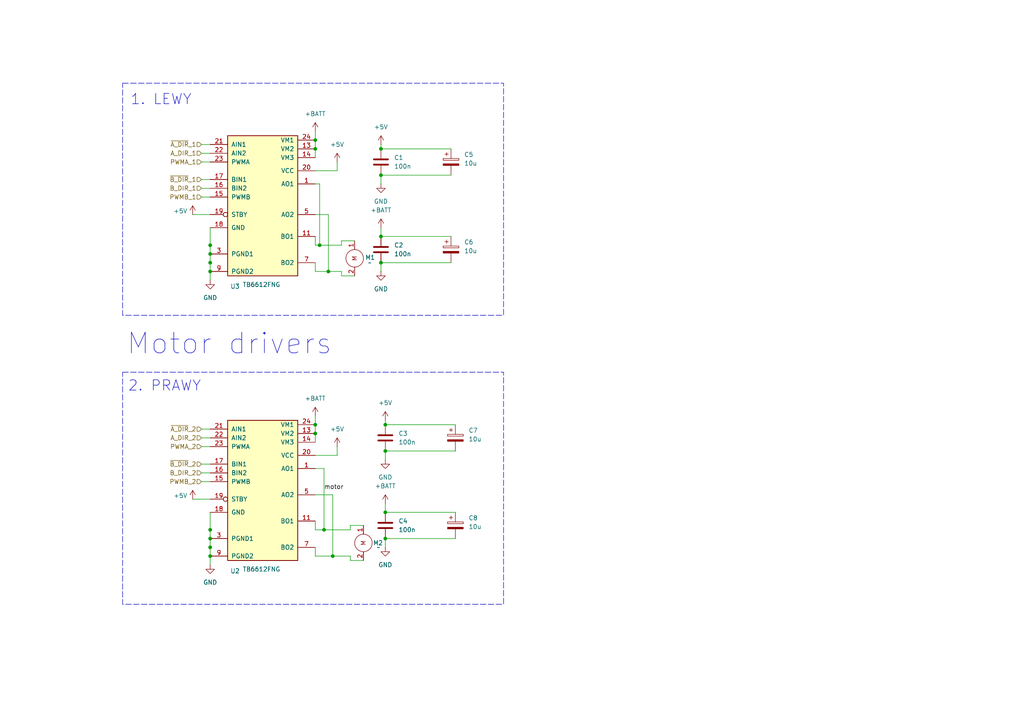
<source format=kicad_sch>
(kicad_sch (version 20231120) (generator "eeschema") (generator_version "8.0")
  (paper "A4")
  (lib_symbols
    (symbol "Device:C" (pin_numbers hide) (pin_names (offset 0.254))
      (property "Reference" "C" (at 0.635 2.54 0))
      (property "Value" "C" (at 0.635 -2.54 0))
      (symbol "C_0_1"
        (polyline (pts (xy -2.032 -0.762) (xy 2.032 -0.762)) (stroke (width 0.508)))
        (polyline (pts (xy -2.032 0.762) (xy 2.032 0.762)) (stroke (width 0.508)))
      )
      (symbol "C_1_1"
        (pin passive line (at 0 3.81 270) (length 2.794) (name "~") (number "1"))
        (pin passive line (at 0 -3.81 90) (length 2.794) (name "~") (number "2"))
      )
    )
    (symbol "Device:C_Polarized" (pin_numbers hide) (pin_names (offset 0.254))
      (property "Reference" "C" (at 0.635 2.54 0))
      (property "Value" "C_Polarized" (at 0.635 -2.54 0))
      (symbol "C_Polarized_0_1"
        (rectangle (start -2.286 0.508) (end 2.286 1.016))
        (polyline (pts (xy -1.778 2.286) (xy -0.762 2.286)))
        (polyline (pts (xy -1.27 2.794) (xy -1.27 1.778)))
        (rectangle (start 2.286 -0.508) (end -2.286 -1.016) (fill (type outline)))
      )
      (symbol "C_Polarized_1_1"
        (pin passive line (at 0 3.81 270) (length 2.794) (name "~") (number "1"))
        (pin passive line (at 0 -3.81 90) (length 2.794) (name "~") (number "2"))
      )
    )
    (symbol "Driver_Motor:TB6612FNG" (pin_names (offset 1.016))
      (property "Reference" "U2" (at -9.398 -23.368 0))
      (property "Value" "TB6612FNG" (at -5.842 -22.86 0))
      (symbol "TB6612FNG_0_1"
        (rectangle (start -10.16 20.32) (end 10.16 -20.32) (stroke (width 0.254)) (fill (type background)))
      )
      (symbol "TB6612FNG_1_1"
        (pin output line (at 15.24 6.35 180) (length 5.08) (name "AO1") (number "1"))
        (pin passive line (at -15.24 -16.51 0) (length 5.08) hide (name "PGND2") (number "10"))
        (pin output line (at 15.24 -8.89 180) (length 5.08) (name "BO1") (number "11"))
        (pin passive line (at 15.24 -8.89 180) (length 5.08) hide (name "BO1") (number "12"))
        (pin power_in line (at 15.24 16.51 180) (length 5.08) (name "VM2") (number "13"))
        (pin power_in line (at 15.24 13.97 180) (length 5.08) (name "VM3") (number "14"))
        (pin input line (at -15.24 2.54 0) (length 5.08) (name "PWMB") (number "15"))
        (pin input line (at -15.24 5.08 0) (length 5.08) (name "BIN2") (number "16"))
        (pin input line (at -15.24 7.62 0) (length 5.08) (name "BIN1") (number "17"))
        (pin power_in line (at -15.24 -6.35 0) (length 5.08) (name "GND") (number "18"))
        (pin input inverted (at -15.24 -2.54 0) (length 5.08) (name "STBY") (number "19"))
        (pin passive line (at 15.24 6.35 180) (length 5.08) hide (name "AO1") (number "2"))
        (pin power_in line (at 15.24 10.16 180) (length 5.08) (name "VCC") (number "20"))
        (pin input line (at -15.24 17.78 0) (length 5.08) (name "AIN1") (number "21"))
        (pin input line (at -15.24 15.24 0) (length 5.08) (name "AIN2") (number "22"))
        (pin input line (at -15.24 12.7 0) (length 5.08) (name "PWMA") (number "23"))
        (pin power_in line (at 15.24 19.05 180) (length 5.08) (name "VM1") (number "24"))
        (pin power_in line (at -15.24 -13.97 0) (length 5.08) (name "PGND1") (number "3"))
        (pin passive line (at -15.24 -11.43 0) (length 5.08) hide (name "PGND1") (number "4"))
        (pin output line (at 15.24 -1.27 180) (length 5.08) (name "AO2") (number "5"))
        (pin passive line (at 15.24 -1.27 180) (length 5.08) hide (name "AO2") (number "6"))
        (pin output line (at 15.24 -16.51 180) (length 5.08) (name "BO2") (number "7"))
        (pin passive line (at 15.24 -16.51 180) (length 5.08) hide (name "BO2") (number "8"))
        (pin power_in line (at -15.24 -19.05 0) (length 5.08) (name "PGND2") (number "9"))
      )
    )
    (symbol "Motors_KoNaR:Motor"
      (property "Reference" "M" (at 0 3.556 0))
      (symbol "Motor_1_1"
        (circle (center 0 0) (radius 2.54))
        (text "M" (at 0 0 0) (effects (font (size 1.27 1.27))))
        (pin input line (at -5.08 0 0) (length 2.54) (name "") (number "1"))
        (pin input line (at 5.08 0 180) (length 2.54) (name "") (number "2"))
      )
    )
    (symbol "TB6612FNG_1" (pin_names (offset 1.016))
      (property "Reference" "U3" (at -9.398 -23.368 0))
      (property "Value" "TB6612FNG" (at -5.842 -22.86 0))
      (symbol "TB6612FNG_1_0_1"
        (rectangle (start -10.16 20.32) (end 10.16 -20.32) (stroke (width 0.254)) (fill (type background)))
      )
      (symbol "TB6612FNG_1_1_1"
        (pin output line (at 15.24 6.35 180) (length 5.08) (name "AO1") (number "1"))
        (pin passive line (at -15.24 -16.51 0) (length 5.08) hide (name "PGND2") (number "10"))
        (pin output line (at 15.24 -8.89 180) (length 5.08) (name "BO1") (number "11"))
        (pin passive line (at 15.24 -8.89 180) (length 5.08) hide (name "BO1") (number "12"))
        (pin power_in line (at 15.24 16.51 180) (length 5.08) (name "VM2") (number "13"))
        (pin power_in line (at 15.24 13.97 180) (length 5.08) (name "VM3") (number "14"))
        (pin input line (at -15.24 2.54 0) (length 5.08) (name "PWMB") (number "15"))
        (pin input line (at -15.24 5.08 0) (length 5.08) (name "BIN2") (number "16"))
        (pin input line (at -15.24 7.62 0) (length 5.08) (name "BIN1") (number "17"))
        (pin power_in line (at -15.24 -6.35 0) (length 5.08) (name "GND") (number "18"))
        (pin input inverted (at -15.24 -2.54 0) (length 5.08) (name "STBY") (number "19"))
        (pin passive line (at 15.24 6.35 180) (length 5.08) hide (name "AO1") (number "2"))
        (pin power_in line (at 15.24 10.16 180) (length 5.08) (name "VCC") (number "20"))
        (pin input line (at -15.24 17.78 0) (length 5.08) (name "AIN1") (number "21"))
        (pin input line (at -15.24 15.24 0) (length 5.08) (name "AIN2") (number "22"))
        (pin input line (at -15.24 12.7 0) (length 5.08) (name "PWMA") (number "23"))
        (pin power_in line (at 15.24 19.05 180) (length 5.08) (name "VM1") (number "24"))
        (pin power_in line (at -15.24 -13.97 0) (length 5.08) (name "PGND1") (number "3"))
        (pin passive line (at -15.24 -11.43 0) (length 5.08) hide (name "PGND1") (number "4"))
        (pin output line (at 15.24 -2.54 180) (length 5.08) (name "AO2") (number "5"))
        (pin passive line (at 15.24 -2.54 180) (length 5.08) hide (name "AO2") (number "6"))
        (pin output line (at 15.24 -16.51 180) (length 5.08) (name "BO2") (number "7"))
        (pin passive line (at 15.24 -16.51 180) (length 5.08) hide (name "BO2") (number "8"))
        (pin power_in line (at -15.24 -19.05 0) (length 5.08) (name "PGND2") (number "9"))
      )
    )
    (symbol "power:+5V" (power) (pin_numbers hide) (pin_names (offset 0) hide)
      (property "Value" "+5V" (at 0 3.556 0))
      (symbol "+5V_0_1"
        (polyline (pts (xy -0.762 1.27) (xy 0 2.54)))
        (polyline (pts (xy 0 0) (xy 0 2.54)))
        (polyline (pts (xy 0 2.54) (xy 0.762 1.27)))
      )
      (symbol "+5V_1_1"
        (pin power_in line (at 0 0 90) (length 0) (name "~") (number "1"))
      )
    )
    (symbol "power:+BATT" (power) (pin_numbers hide) (pin_names (offset 0) hide)
      (property "Value" "+BATT" (at 0 3.556 0))
      (symbol "+BATT_0_1"
        (polyline (pts (xy -0.762 1.27) (xy 0 2.54)))
        (polyline (pts (xy 0 0) (xy 0 2.54)))
        (polyline (pts (xy 0 2.54) (xy 0.762 1.27)))
      )
      (symbol "+BATT_1_1"
        (pin power_in line (at 0 0 90) (length 0) (name "~") (number "1"))
      )
    )
    (symbol "power:GND" (power) (pin_numbers hide) (pin_names (offset 0) hide)
      (property "Value" "GND" (at 0 -3.81 0))
      (symbol "GND_0_1"
        (polyline (pts (xy 0 0) (xy 0 -1.27) (xy 1.27 -1.27) (xy 0 -2.54) (xy -1.27 -1.27) (xy 0 -1.27)))
      )
      (symbol "GND_1_1"
        (pin power_in line (at 0 0 270) (length 0) (name "~") (number "1"))
      )
    )
  )
  (junction (at 111.76 156.21))
  (junction (at 95.25 78.74))
  (junction (at 110.49 76.2))
  (junction (at 60.96 73.66))
  (junction (at 91.44 123.19))
  (junction (at 110.49 68.58))
  (junction (at 111.76 130.81))
  (junction (at 60.96 158.75))
  (junction (at 91.44 125.73))
  (junction (at 111.76 148.59))
  (junction (at 96.52 161.29))
  (junction (at 111.76 123.19))
  (junction (at 110.49 50.8))
  (junction (at 92.71 71.12))
  (junction (at 60.96 156.21))
  (junction (at 110.49 43.18))
  (junction (at 60.96 71.12))
  (junction (at 60.96 153.67))
  (junction (at 60.96 76.2))
  (junction (at 60.96 161.29))
  (junction (at 93.98 153.67))
  (junction (at 91.44 43.18))
  (junction (at 60.96 78.74))
  (junction (at 91.44 40.64))
  (wire (pts (xy 92.71 53.34) (xy 91.44 53.34)))
  (wire (pts (xy 91.44 40.64) (xy 91.44 43.18)))
  (wire (pts (xy 91.44 62.23) (xy 95.25 62.23)))
  (wire (pts (xy 111.76 123.19) (xy 132.08 123.19)))
  (wire (pts (xy 91.44 132.08) (xy 97.79 132.08)))
  (wire (pts (xy 110.49 41.91) (xy 110.49 43.18)))
  (wire (pts (xy 93.98 135.89) (xy 93.98 153.67)))
  (wire (pts (xy 58.42 137.16) (xy 60.96 137.16)))
  (wire (pts (xy 58.42 41.91) (xy 60.96 41.91)))
  (wire (pts (xy 58.42 54.61) (xy 60.96 54.61)))
  (wire (pts (xy 110.49 66.04) (xy 110.49 68.58)))
  (wire (pts (xy 99.06 80.01) (xy 102.87 80.01)))
  (wire (pts (xy 91.44 143.51) (xy 96.52 143.51)))
  (wire (pts (xy 60.96 66.04) (xy 60.96 71.12)))
  (wire (pts (xy 110.49 76.2) (xy 130.81 76.2)))
  (wire (pts (xy 58.42 52.07) (xy 60.96 52.07)))
  (wire (pts (xy 58.42 44.45) (xy 60.96 44.45)))
  (wire (pts (xy 60.96 73.66) (xy 60.96 76.2)))
  (wire (pts (xy 91.44 120.65) (xy 91.44 123.19)))
  (wire (pts (xy 92.71 71.12) (xy 99.06 71.12)))
  (wire (pts (xy 111.76 156.21) (xy 132.08 156.21)))
  (wire (pts (xy 60.96 158.75) (xy 60.96 161.29)))
  (wire (pts (xy 93.98 135.89) (xy 91.44 135.89)))
  (wire (pts (xy 96.52 143.51) (xy 96.52 161.29)))
  (wire (pts (xy 91.44 38.1) (xy 91.44 40.64)))
  (wire (pts (xy 97.79 132.08) (xy 97.79 129.54)))
  (wire (pts (xy 58.42 57.15) (xy 60.96 57.15)))
  (wire (pts (xy 95.25 78.74) (xy 99.06 78.74)))
  (wire (pts (xy 111.76 130.81) (xy 132.08 130.81)))
  (wire (pts (xy 101.6 162.56) (xy 105.41 162.56)))
  (wire (pts (xy 91.44 78.74) (xy 95.25 78.74)))
  (wire (pts (xy 99.06 78.74) (xy 99.06 80.01)))
  (wire (pts (xy 99.06 71.12) (xy 99.06 69.85)))
  (wire (pts (xy 101.6 153.67) (xy 101.6 152.4)))
  (wire (pts (xy 60.96 71.12) (xy 60.96 73.66)))
  (wire (pts (xy 60.96 76.2) (xy 60.96 78.74)))
  (wire (pts (xy 58.42 127) (xy 60.96 127)))
  (wire (pts (xy 58.42 46.99) (xy 60.96 46.99)))
  (wire (pts (xy 92.71 53.34) (xy 92.71 71.12)))
  (wire (pts (xy 58.42 129.54) (xy 60.96 129.54)))
  (wire (pts (xy 91.44 161.29) (xy 96.52 161.29)))
  (wire (pts (xy 60.96 161.29) (xy 60.96 163.83)))
  (wire (pts (xy 91.44 123.19) (xy 91.44 125.73)))
  (wire (pts (xy 91.44 49.53) (xy 97.79 49.53)))
  (wire (pts (xy 60.96 156.21) (xy 60.96 158.75)))
  (wire (pts (xy 111.76 156.21) (xy 111.76 158.75)))
  (wire (pts (xy 58.42 139.7) (xy 60.96 139.7)))
  (wire (pts (xy 95.25 62.23) (xy 95.25 78.74)))
  (wire (pts (xy 101.6 152.4) (xy 105.41 152.4)))
  (wire (pts (xy 91.44 76.2) (xy 91.44 78.74)))
  (wire (pts (xy 96.52 161.29) (xy 101.6 161.29)))
  (wire (pts (xy 110.49 68.58) (xy 130.81 68.58)))
  (wire (pts (xy 58.42 134.62) (xy 60.96 134.62)))
  (wire (pts (xy 91.44 151.13) (xy 91.44 153.67)))
  (wire (pts (xy 91.44 43.18) (xy 91.44 45.72)))
  (wire (pts (xy 97.79 49.53) (xy 97.79 46.99)))
  (wire (pts (xy 93.98 153.67) (xy 101.6 153.67)))
  (wire (pts (xy 91.44 125.73) (xy 91.44 128.27)))
  (wire (pts (xy 91.44 68.58) (xy 91.44 71.12)))
  (wire (pts (xy 93.98 153.67) (xy 91.44 153.67)))
  (wire (pts (xy 92.71 71.12) (xy 91.44 71.12)))
  (wire (pts (xy 110.49 43.18) (xy 130.81 43.18)))
  (wire (pts (xy 110.49 50.8) (xy 110.49 53.34)))
  (wire (pts (xy 55.88 144.78) (xy 60.96 144.78)))
  (wire (pts (xy 110.49 76.2) (xy 110.49 78.74)))
  (wire (pts (xy 111.76 146.05) (xy 111.76 148.59)))
  (wire (pts (xy 101.6 161.29) (xy 101.6 162.56)))
  (wire (pts (xy 60.96 78.74) (xy 60.96 81.28)))
  (wire (pts (xy 60.96 153.67) (xy 60.96 156.21)))
  (wire (pts (xy 111.76 121.92) (xy 111.76 123.19)))
  (wire (pts (xy 111.76 130.81) (xy 111.76 133.35)))
  (wire (pts (xy 91.44 158.75) (xy 91.44 161.29)))
  (wire (pts (xy 60.96 148.59) (xy 60.96 153.67)))
  (wire (pts (xy 55.88 62.23) (xy 60.96 62.23)))
  (wire (pts (xy 99.06 69.85) (xy 102.87 69.85)))
  (wire (pts (xy 111.76 148.59) (xy 132.08 148.59)))
  (wire (pts (xy 58.42 124.46) (xy 60.96 124.46)))
  (wire (pts (xy 110.49 50.8) (xy 130.81 50.8)))
  (rectangle (start 35.56 24.13) (end 146.05 91.44) (stroke (width 0) (type dash)))
  (rectangle (start 35.56 107.95) (end 146.05 175.26) (stroke (width 0) (type dash)))
  (text "1. LEWY" (at 46.736 28.956 0) (effects (font (size 3 3))))
  (text "2. PRAWY" (at 47.752 112.014 0) (effects (font (size 3 3))))
  (text "Motor drivers" (at 66.548 99.822 0) (effects (font (size 6 6))))
  (label "motor" (at 93.98 142.24 0))
  (hierarchical_label "B_DIR_1" (shape input) (at 58.42 54.61 180))
  (hierarchical_label "~{A_DIR}_1" (shape input) (at 58.42 41.91 180))
  (hierarchical_label "B_DIR_2" (shape input) (at 58.42 137.16 180))
  (hierarchical_label "A_DIR_1" (shape input) (at 58.42 44.45 180))
  (hierarchical_label "PWMA_2" (shape input) (at 58.42 129.54 180))
  (hierarchical_label "~{B_DIR}_2" (shape input) (at 58.42 134.62 180))
  (hierarchical_label "PWMB_2" (shape input) (at 58.42 139.7 180))
  (hierarchical_label "~{B_DIR}_1" (shape input) (at 58.42 52.07 180))
  (hierarchical_label "~{A_DIR}_2" (shape input) (at 58.42 124.46 180))
  (hierarchical_label "A_DIR_2" (shape input) (at 58.42 127 180))
  (hierarchical_label "PWMA_1" (shape input) (at 58.42 46.99 180))
  (hierarchical_label "PWMB_1" (shape input) (at 58.42 57.15 180))
  (symbol (lib_id "Motors_KoNaR:Motor") (at 105.41 157.48 270) (unit 1)
    (property "Reference" "M2" (at 108.204 157.48 90) (effects (justify left)))
    (property "Value" "~" (at 109.22 158.75 90) (effects (justify left)))
    (property "Footprint" "Motors_KoNaR:Motor" (effects (hide yes)))
  )
  (symbol (lib_id "power:GND") (at 60.96 163.83 0) (unit 1)
    (property "Reference" "#PWR03" (effects (hide yes)))
    (property "Value" "GND" (at 60.96 168.91 0))
    (property "Description" "Power symbol creates a global label with name \"GND\" , ground" (effects (hide yes)))
  )
  (symbol (lib_id "power:GND") (at 111.76 158.75 0) (unit 1)
    (property "Reference" "#PWR016" (effects (hide yes)))
    (property "Value" "GND" (at 111.76 163.83 0))
    (property "Description" "Power symbol creates a global label with name \"GND\" , ground" (effects (hide yes)))
  )
  (symbol (lib_id "power:+BATT") (at 91.44 38.1 0) (unit 1)
    (property "Reference" "#PWR06" (effects (hide yes)))
    (property "Value" "+BATT" (at 91.44 33.02 0))
    (property "Description" "Power symbol creates a global label with name \"+BATT\"" (effects (hide yes)))
  )
  (symbol (lib_id "Driver_Motor:TB6612FNG") (at 76.2 142.24 0) (unit 1)
    (property "Reference" "U2" (at 66.802 165.608 0) (effects (justify left)))
    (property "Value" "TB6612FNG" (at 70.358 165.1 0) (effects (justify left)))
    (property "Footprint" "Package_SO:SSOP-24_5.3x8.2mm_P0.65mm" (effects (hide yes)))
    (property "Datasheet" "https://toshiba.semicon-storage.com/us/product/linear/motordriver/detail.TB6612FNG.html" (effects (hide yes)))
    (property "Description" "Driver IC for Dual DC motor, SSOP-24" (effects (hide yes)))
  )
  (symbol (lib_id "power:GND") (at 110.49 53.34 0) (unit 1)
    (property "Reference" "#PWR010" (effects (hide yes)))
    (property "Value" "GND" (at 110.49 58.42 0))
    (property "Description" "Power symbol creates a global label with name \"GND\" , ground" (effects (hide yes)))
  )
  (symbol (lib_id "power:+5V") (at 97.79 46.99 0) (unit 1)
    (property "Reference" "#PWR08" (effects (hide yes)))
    (property "Value" "+5V" (at 97.79 41.91 0))
    (property "Description" "Power symbol creates a global label with name \"+5V\"" (effects (hide yes)))
  )
  (symbol (lib_name "TB6612FNG_1") (lib_id "Driver_Motor:TB6612FNG") (at 76.2 59.69 0) (unit 1)
    (property "Reference" "U3" (at 66.802 83.058 0) (effects (justify left)))
    (property "Value" "TB6612FNG" (at 70.358 82.55 0) (effects (justify left)))
    (property "Footprint" "Package_SO:SSOP-24_5.3x8.2mm_P0.65mm" (effects (hide yes)))
    (property "Datasheet" "https://toshiba.semicon-storage.com/us/product/linear/motordriver/detail.TB6612FNG.html" (effects (hide yes)))
    (property "Description" "Driver IC for Dual DC motor, SSOP-24" (effects (hide yes)))
  )
  (symbol (lib_id "power:+BATT") (at 110.49 66.04 0) (unit 1)
    (property "Reference" "#PWR011" (effects (hide yes)))
    (property "Value" "+BATT" (at 110.49 60.96 0))
    (property "Description" "Power symbol creates a global label with name \"+BATT\"" (effects (hide yes)))
  )
  (symbol (lib_id "power:GND") (at 110.49 78.74 0) (unit 1)
    (property "Reference" "#PWR012" (effects (hide yes)))
    (property "Value" "GND" (at 110.49 83.82 0))
    (property "Description" "Power symbol creates a global label with name \"GND\" , ground" (effects (hide yes)))
  )
  (symbol (lib_id "power:+5V") (at 55.88 144.78 0) (unit 1)
    (property "Reference" "#PWR01" (effects (hide yes)))
    (property "Value" "+5V" (at 52.324 143.764 0))
    (property "Description" "Power symbol creates a global label with name \"+5V\"" (effects (hide yes)))
  )
  (symbol (lib_id "Device:C_Polarized") (at 132.08 127 0) (unit 1)
    (property "Reference" "C7" (at 135.89 124.8409 0) (effects (justify left)))
    (property "Value" "10u" (at 135.89 127.3809 0) (effects (justify left)))
    (property "Footprint" "Capacitor_Tantalum_SMD:CP_EIA-3528-21_Kemet-B_Pad1.50x2.35mm_HandSolder" (effects (hide yes)))
    (property "Description" "Polarized capacitor" (effects (hide yes)))
  )
  (symbol (lib_id "Device:C_Polarized") (at 132.08 152.4 0) (unit 1)
    (property "Reference" "C8" (at 135.89 150.2409 0) (effects (justify left)))
    (property "Value" "10u" (at 135.89 152.7809 0) (effects (justify left)))
    (property "Footprint" "Capacitor_Tantalum_SMD:CP_EIA-3528-21_Kemet-B_Pad1.50x2.35mm_HandSolder" (effects (hide yes)))
    (property "Description" "Polarized capacitor" (effects (hide yes)))
  )
  (symbol (lib_id "Device:C") (at 110.49 72.39 0) (unit 1)
    (property "Reference" "C2" (at 114.3 71.1199 0) (effects (justify left)))
    (property "Value" "100n" (at 114.3 73.6599 0) (effects (justify left)))
    (property "Footprint" "LED_SMD:LED_0805_2012Metric_Pad1.15x1.40mm_HandSolder" (effects (hide yes)))
    (property "Description" "Unpolarized capacitor" (effects (hide yes)))
  )
  (symbol (lib_id "Motors_KoNaR:Motor") (at 102.87 74.93 270) (unit 1)
    (property "Reference" "M1" (at 105.918 74.676 90) (effects (justify left)))
    (property "Value" "~" (at 106.68 76.2 90) (effects (justify left)))
    (property "Footprint" "Motors_KoNaR:Motor" (effects (hide yes)))
  )
  (symbol (lib_id "power:GND") (at 111.76 133.35 0) (unit 1)
    (property "Reference" "#PWR014" (effects (hide yes)))
    (property "Value" "GND" (at 111.76 138.43 0))
    (property "Description" "Power symbol creates a global label with name \"GND\" , ground" (effects (hide yes)))
  )
  (symbol (lib_id "power:+5V") (at 110.49 41.91 0) (unit 1)
    (property "Reference" "#PWR09" (effects (hide yes)))
    (property "Value" "+5V" (at 110.49 36.83 0))
    (property "Description" "Power symbol creates a global label with name \"+5V\"" (effects (hide yes)))
  )
  (symbol (lib_id "power:+5V") (at 111.76 121.92 0) (unit 1)
    (property "Reference" "#PWR013" (effects (hide yes)))
    (property "Value" "+5V" (at 111.76 116.84 0))
    (property "Description" "Power symbol creates a global label with name \"+5V\"" (effects (hide yes)))
  )
  (symbol (lib_id "Device:C") (at 111.76 127 0) (unit 1)
    (property "Reference" "C3" (at 115.57 125.7299 0) (effects (justify left)))
    (property "Value" "100n" (at 115.57 128.2699 0) (effects (justify left)))
    (property "Footprint" "LED_SMD:LED_0805_2012Metric_Pad1.15x1.40mm_HandSolder" (effects (hide yes)))
    (property "Description" "Unpolarized capacitor" (effects (hide yes)))
  )
  (symbol (lib_id "Device:C") (at 111.76 152.4 0) (unit 1)
    (property "Reference" "C4" (at 115.57 151.1299 0) (effects (justify left)))
    (property "Value" "100n" (at 115.57 153.6699 0) (effects (justify left)))
    (property "Footprint" "LED_SMD:LED_0805_2012Metric_Pad1.15x1.40mm_HandSolder" (effects (hide yes)))
    (property "Description" "Unpolarized capacitor" (effects (hide yes)))
  )
  (symbol (lib_id "Device:C") (at 110.49 46.99 0) (unit 1)
    (property "Reference" "C1" (at 114.3 45.7199 0) (effects (justify left)))
    (property "Value" "100n" (at 114.3 48.2599 0) (effects (justify left)))
    (property "Footprint" "LED_SMD:LED_0805_2012Metric_Pad1.15x1.40mm_HandSolder" (effects (hide yes)))
    (property "Description" "Unpolarized capacitor" (effects (hide yes)))
  )
  (symbol (lib_id "power:+5V") (at 97.79 129.54 0) (unit 1)
    (property "Reference" "#PWR07" (effects (hide yes)))
    (property "Value" "+5V" (at 97.79 124.46 0))
    (property "Description" "Power symbol creates a global label with name \"+5V\"" (effects (hide yes)))
  )
  (symbol (lib_id "power:GND") (at 60.96 81.28 0) (unit 1)
    (property "Reference" "#PWR04" (effects (hide yes)))
    (property "Value" "GND" (at 60.96 86.36 0))
    (property "Description" "Power symbol creates a global label with name \"GND\" , ground" (effects (hide yes)))
  )
  (symbol (lib_id "Device:C_Polarized") (at 130.81 72.39 0) (unit 1)
    (property "Reference" "C6" (at 134.62 70.2309 0) (effects (justify left)))
    (property "Value" "10u" (at 134.62 72.7709 0) (effects (justify left)))
    (property "Footprint" "Capacitor_Tantalum_SMD:CP_EIA-3528-21_Kemet-B_Pad1.50x2.35mm_HandSolder" (effects (hide yes)))
    (property "Description" "Polarized capacitor" (effects (hide yes)))
  )
  (symbol (lib_id "Device:C_Polarized") (at 130.81 46.99 0) (unit 1)
    (property "Reference" "C5" (at 134.62 44.8309 0) (effects (justify left)))
    (property "Value" "10u" (at 134.62 47.3709 0) (effects (justify left)))
    (property "Footprint" "Capacitor_Tantalum_SMD:CP_EIA-3528-21_Kemet-B_Pad1.50x2.35mm_HandSolder" (effects (hide yes)))
    (property "Description" "Polarized capacitor" (effects (hide yes)))
  )
  (symbol (lib_id "power:+BATT") (at 111.76 146.05 0) (unit 1)
    (property "Reference" "#PWR015" (effects (hide yes)))
    (property "Value" "+BATT" (at 111.76 140.97 0))
    (property "Description" "Power symbol creates a global label with name \"+BATT\"" (effects (hide yes)))
  )
  (symbol (lib_id "power:+5V") (at 55.88 62.23 0) (unit 1)
    (property "Reference" "#PWR02" (effects (hide yes)))
    (property "Value" "+5V" (at 52.324 61.214 0))
    (property "Description" "Power symbol creates a global label with name \"+5V\"" (effects (hide yes)))
  )
  (symbol (lib_id "power:+BATT") (at 91.44 120.65 0) (unit 1)
    (property "Reference" "#PWR05" (effects (hide yes)))
    (property "Value" "+BATT" (at 91.44 115.57 0))
    (property "Description" "Power symbol creates a global label with name \"+BATT\"" (effects (hide yes)))
  )
)
</source>
